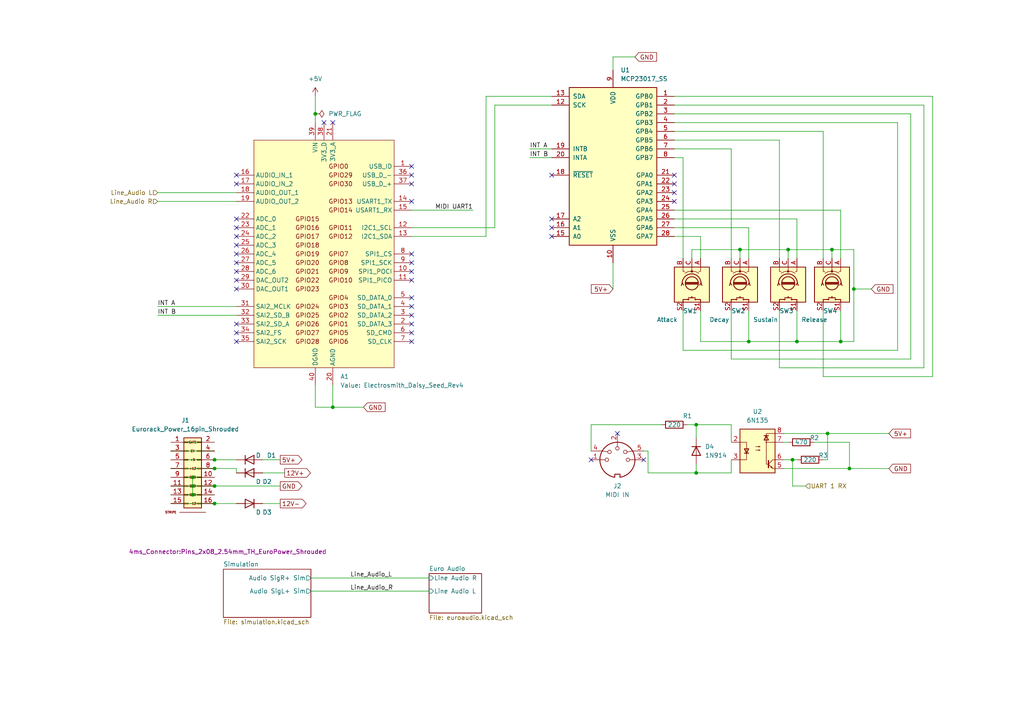
<source format=kicad_sch>
(kicad_sch (version 20230121) (generator eeschema)
  (paper "A4")
  (title_block (title "Daisy Seed FM Synth Eurorack Module") (rev "1.0"))
  (lib_symbols
    (symbol "Connector:DIN-5_180degree" (pin_names (offset 1.016))
      (property "Reference" "J" (at 3.175 5.715 0))
      (property "Value" "DIN-5_180degree" (at 0 -6.35 0))
      (symbol "DIN-5_180degree_0_1"
        (arc (start -5.08 0) (mid -3.8609 -3.3364) (end -0.762 -5.08) (stroke (width 0.254)))
        (circle (center -3.048 0) (radius 0.508))
        (circle (center -2.286 2.286) (radius 0.508))
        (polyline (pts (xy -5.08 0) (xy -3.556 0)))
        (polyline (pts (xy 0 5.08) (xy 0 3.81)))
        (polyline (pts (xy 5.08 0) (xy 3.556 0)))
        (polyline (pts (xy -5.08 2.54) (xy -4.318 2.54) (xy -2.794 2.286)))
        (polyline (pts (xy 5.08 2.54) (xy 4.318 2.54) (xy 2.794 2.286)))
        (polyline (pts (xy -0.762 -4.953) (xy -0.762 -4.191) (xy 0.762 -4.191) (xy 0.762 -4.953)) (stroke (width 0.254)))
        (circle (center 0 3.302) (radius 0.508))
        (arc (start 0.762 -5.08) (mid 3.8685 -3.343) (end 5.08 0) (stroke (width 0.254)))
        (circle (center 2.286 2.286) (radius 0.508))
        (circle (center 3.048 0) (radius 0.508))
        (arc (start 5.08 0) (mid 0 5.0579) (end -5.08 0) (stroke (width 0.254)))
      )
      (symbol "DIN-5_180degree_1_1"
        (pin passive line (at -7.62 0 0) (length 2.54) (name "~") (number "1"))
        (pin passive line (at 0 7.62 270) (length 2.54) (name "~") (number "2"))
        (pin passive line (at 7.62 0 180) (length 2.54) (name "~") (number "3"))
        (pin passive line (at -7.62 2.54 0) (length 2.54) (name "~") (number "4"))
        (pin passive line (at 7.62 2.54 180) (length 2.54) (name "~") (number "5"))
      )
    )
    (symbol "Device:D" (pin_numbers hide) (pin_names (offset 1.016) hide)
      (property "Reference" "D" (at 0 2.54 0))
      (property "Value" "D" (at 0 -2.54 0))
      (symbol "D_0_1"
        (polyline (pts (xy -1.27 1.27) (xy -1.27 -1.27)) (stroke (width 0.254)))
        (polyline (pts (xy 1.27 0) (xy -1.27 0)))
        (polyline (pts (xy 1.27 1.27) (xy 1.27 -1.27) (xy -1.27 0) (xy 1.27 1.27)) (stroke (width 0.254)))
      )
      (symbol "D_1_1"
        (pin passive line (at -3.81 0 0) (length 2.54) (name "K") (number "1"))
        (pin passive line (at 3.81 0 180) (length 2.54) (name "A") (number "2"))
      )
    )
    (symbol "Device:R" (pin_numbers hide) (pin_names (offset 0))
      (property "Reference" "R" (at 2.032 0 90))
      (property "Value" "R" (at 0 0 90))
      (symbol "R_0_1"
        (rectangle (start -1.016 -2.54) (end 1.016 2.54) (stroke (width 0.254)))
      )
      (symbol "R_1_1"
        (pin passive line (at 0 3.81 270) (length 1.27) (name "~") (number "1"))
        (pin passive line (at 0 -3.81 90) (length 1.27) (name "~") (number "2"))
      )
    )
    (symbol "Device:RotaryEncoder_Switch" (pin_names (offset 0.254) hide)
      (property "Reference" "SW" (at 0 6.604 0))
      (property "Value" "RotaryEncoder_Switch" (at 0 -6.604 0))
      (symbol "RotaryEncoder_Switch_0_1"
        (rectangle (start -5.08 5.08) (end 5.08 -5.08) (stroke (width 0.254)) (fill (type background)))
        (circle (center -3.81 0) (radius 0.254) (fill (type outline)))
        (circle (center -0.381 0) (radius 1.905) (stroke (width 0.254)))
        (arc (start -0.381 2.667) (mid -3.0988 -0.0635) (end -0.381 -2.794) (stroke (width 0.254)))
        (polyline (pts (xy -0.635 -1.778) (xy -0.635 1.778)) (stroke (width 0.254)))
        (polyline (pts (xy -0.381 -1.778) (xy -0.381 1.778)) (stroke (width 0.254)))
        (polyline (pts (xy -0.127 1.778) (xy -0.127 -1.778)) (stroke (width 0.254)))
        (polyline (pts (xy 3.81 0) (xy 3.429 0)) (stroke (width 0.254)))
        (polyline (pts (xy 3.81 1.016) (xy 3.81 -1.016)) (stroke (width 0.254)))
        (polyline (pts (xy -5.08 -2.54) (xy -3.81 -2.54) (xy -3.81 -2.032)))
        (polyline (pts (xy -5.08 2.54) (xy -3.81 2.54) (xy -3.81 2.032)))
        (polyline (pts (xy 0.254 -3.048) (xy -0.508 -2.794) (xy 0.127 -2.413)) (stroke (width 0.254)))
        (polyline (pts (xy 0.254 2.921) (xy -0.508 2.667) (xy 0.127 2.286)) (stroke (width 0.254)))
        (polyline (pts (xy 5.08 -2.54) (xy 4.318 -2.54) (xy 4.318 -1.016)) (stroke (width 0.254)))
        (polyline (pts (xy 5.08 2.54) (xy 4.318 2.54) (xy 4.318 1.016)) (stroke (width 0.254)))
        (polyline (pts (xy -5.08 0) (xy -3.81 0) (xy -3.81 -1.016) (xy -3.302 -2.032)))
        (polyline (pts (xy -4.318 0) (xy -3.81 0) (xy -3.81 1.016) (xy -3.302 2.032)))
        (circle (center 4.318 -1.016) (radius 0.127) (stroke (width 0.254)))
        (circle (center 4.318 1.016) (radius 0.127) (stroke (width 0.254)))
      )
      (symbol "RotaryEncoder_Switch_1_1"
        (pin passive line (at -7.62 2.54 0) (length 2.54) (name "A") (number "A"))
        (pin passive line (at -7.62 -2.54 0) (length 2.54) (name "B") (number "B"))
        (pin passive line (at -7.62 0 0) (length 2.54) (name "C") (number "C"))
        (pin passive line (at 7.62 2.54 180) (length 2.54) (name "S1") (number "S1"))
        (pin passive line (at 7.62 -2.54 180) (length 2.54) (name "S2") (number "S2"))
      )
    )
    (symbol "Diode:1N914" (pin_numbers hide) (pin_names hide)
      (property "Reference" "D" (at 0 2.54 0))
      (property "Value" "1N914" (at 0 -2.54 0))
      (symbol "1N914_0_1"
        (polyline (pts (xy -1.27 1.27) (xy -1.27 -1.27)) (stroke (width 0.254)))
        (polyline (pts (xy 1.27 0) (xy -1.27 0)))
        (polyline (pts (xy 1.27 1.27) (xy 1.27 -1.27) (xy -1.27 0) (xy 1.27 1.27)) (stroke (width 0.254)))
      )
      (symbol "1N914_1_1"
        (pin passive line (at -3.81 0 0) (length 2.54) (name "K") (number "1"))
        (pin passive line (at 3.81 0 180) (length 2.54) (name "A") (number "2"))
      )
    )
    (symbol "Interface_Expansion:MCP23017_SS" (pin_names (offset 1.016))
      (property "Reference" "U" (at -11.43 24.13 0))
      (property "Value" "MCP23017_SS" (at 0 0 0))
      (symbol "MCP23017_SS_0_1"
        (rectangle (start -12.7 22.86) (end 12.7 -22.86) (stroke (width 0.254)) (fill (type background)))
      )
      (symbol "MCP23017_SS_1_1"
        (pin bidirectional line (at 17.78 20.32 180) (length 5.08) (name "GPB0") (number "1"))
        (pin power_in line (at 0 -27.94 90) (length 5.08) (name "VSS") (number "10"))
        (pin no_connect line (at -12.7 15.24 0) (length 5.08) hide (name "NC") (number "11"))
        (pin input line (at -17.78 17.78 0) (length 5.08) (name "SCK") (number "12"))
        (pin bidirectional line (at -17.78 20.32 0) (length 5.08) (name "SDA") (number "13"))
        (pin no_connect line (at -12.7 12.7 0) (length 5.08) hide (name "NC") (number "14"))
        (pin input line (at -17.78 -20.32 0) (length 5.08) (name "A0") (number "15"))
        (pin input line (at -17.78 -17.78 0) (length 5.08) (name "A1") (number "16"))
        (pin input line (at -17.78 -15.24 0) (length 5.08) (name "A2") (number "17"))
        (pin input line (at -17.78 -2.54 0) (length 5.08) (name "~{RESET}") (number "18"))
        (pin tri_state line (at -17.78 5.08 0) (length 5.08) (name "INTB") (number "19"))
        (pin bidirectional line (at 17.78 17.78 180) (length 5.08) (name "GPB1") (number "2"))
        (pin tri_state line (at -17.78 2.54 0) (length 5.08) (name "INTA") (number "20"))
        (pin bidirectional line (at 17.78 -2.54 180) (length 5.08) (name "GPA0") (number "21"))
        (pin bidirectional line (at 17.78 -5.08 180) (length 5.08) (name "GPA1") (number "22"))
        (pin bidirectional line (at 17.78 -7.62 180) (length 5.08) (name "GPA2") (number "23"))
        (pin bidirectional line (at 17.78 -10.16 180) (length 5.08) (name "GPA3") (number "24"))
        (pin bidirectional line (at 17.78 -12.7 180) (length 5.08) (name "GPA4") (number "25"))
        (pin bidirectional line (at 17.78 -15.24 180) (length 5.08) (name "GPA5") (number "26"))
        (pin bidirectional line (at 17.78 -17.78 180) (length 5.08) (name "GPA6") (number "27"))
        (pin bidirectional line (at 17.78 -20.32 180) (length 5.08) (name "GPA7") (number "28"))
        (pin bidirectional line (at 17.78 15.24 180) (length 5.08) (name "GPB2") (number "3"))
        (pin bidirectional line (at 17.78 12.7 180) (length 5.08) (name "GPB3") (number "4"))
        (pin bidirectional line (at 17.78 10.16 180) (length 5.08) (name "GPB4") (number "5"))
        (pin bidirectional line (at 17.78 7.62 180) (length 5.08) (name "GPB5") (number "6"))
        (pin bidirectional line (at 17.78 5.08 180) (length 5.08) (name "GPB6") (number "7"))
        (pin bidirectional line (at 17.78 2.54 180) (length 5.08) (name "GPB7") (number "8"))
        (pin power_in line (at 0 27.94 270) (length 5.08) (name "VDD") (number "9"))
      )
    )
    (symbol "Isolator:6N135" (pin_names (offset 1.016))
      (property "Reference" "U" (at -5.08 7.62 0))
      (property "Value" "6N135" (at 0 7.62 0))
      (symbol "6N135_0_1"
        (rectangle (start -5.08 6.35) (end 5.08 -6.35) (stroke (width 0.254)) (fill (type background)))
        (polyline (pts (xy -3.81 -0.635) (xy -2.54 -0.635)) (stroke (width 0.254)))
        (polyline (pts (xy 1.905 4.445) (xy 3.175 4.445)) (stroke (width 0.254)))
        (polyline (pts (xy 3.175 -2.794) (xy 3.175 -4.826)) (stroke (width 0.3556)))
        (polyline (pts (xy 3.302 -3.937) (xy 4.445 -5.08)))
        (polyline (pts (xy 3.302 -3.683) (xy 4.445 -2.54)))
        (polyline (pts (xy 5.08 -5.08) (xy 4.445 -5.08)))
        (polyline (pts (xy 5.08 -2.54) (xy 4.445 -2.54)))
        (polyline (pts (xy 5.08 2.54) (xy 2.54 2.54)))
        (polyline (pts (xy -5.08 2.54) (xy -3.175 2.54) (xy -3.175 -2.54) (xy -5.08 -2.54)))
        (polyline (pts (xy -3.175 -0.635) (xy -3.81 0.635) (xy -2.54 0.635) (xy -3.175 -0.635)) (stroke (width 0.254)))
        (polyline (pts (xy 2.54 4.445) (xy 1.905 3.175) (xy 3.175 3.175) (xy 2.54 4.445)) (stroke (width 0.254)))
        (polyline (pts (xy 4.318 -4.953) (xy 4.064 -4.445) (xy 3.81 -4.699) (xy 4.318 -4.953)))
        (polyline (pts (xy 5.08 5.08) (xy 2.54 5.08) (xy 2.54 -3.81) (xy 3.175 -3.81)))
        (polyline (pts (xy -0.508 0.254) (xy 0.762 0.254) (xy 0.381 0.127) (xy 0.381 0.381) (xy 0.762 0.254)))
        (polyline (pts (xy -0.508 1.27) (xy 0.762 1.27) (xy 0.381 1.143) (xy 0.381 1.397) (xy 0.762 1.27)))
        (circle (center 2.54 2.54) (radius 0.127))
      )
      (symbol "6N135_1_1"
        (pin no_connect line (at -5.08 5.08 0) (length 2.54) hide (name "NC") (number "1"))
        (pin passive line (at -7.62 2.54 0) (length 2.54) (name "~") (number "2"))
        (pin passive line (at -7.62 -2.54 0) (length 2.54) (name "~") (number "3"))
        (pin no_connect line (at -5.08 -5.08 0) (length 2.54) hide (name "NC") (number "4"))
        (pin passive line (at 7.62 -5.08 180) (length 2.54) (name "~") (number "5"))
        (pin passive line (at 7.62 -2.54 180) (length 2.54) (name "~") (number "6"))
        (pin passive line (at 7.62 2.54 180) (length 2.54) (name "~") (number "7"))
        (pin passive line (at 7.62 5.08 180) (length 2.54) (name "~") (number "8"))
      )
    )
    (symbol "MCU_Module:Electrosmith_Daisy_Seed_Rev4"
      (property "Reference" "A" (at -20.32 34.29 0))
      (property "Value" "Electrosmith_Daisy_Seed_Rev4" (at 33.02 34.29 0))
      (symbol "Electrosmith_Daisy_Seed_Rev4_0_0"
        (text "GPIO0" (at 1.27 25.4 0) (effects (font (size 1.27 1.27)) (justify left)))
        (text "GPIO1" (at 1.27 -20.32 0) (effects (font (size 1.27 1.27)) (justify left)))
        (text "GPIO10" (at 1.27 -7.62 0) (effects (font (size 1.27 1.27)) (justify left)))
        (text "GPIO11" (at 1.27 7.62 0) (effects (font (size 1.27 1.27)) (justify left)))
        (text "GPIO12" (at 1.27 5.08 0) (effects (font (size 1.27 1.27)) (justify left)))
        (text "GPIO13" (at 1.27 15.24 0) (effects (font (size 1.27 1.27)) (justify left)))
        (text "GPIO14" (at 1.27 12.7 0) (effects (font (size 1.27 1.27)) (justify left)))
        (text "GPIO15" (at -1.27 10.16 0) (effects (font (size 1.27 1.27)) (justify right)))
        (text "GPIO16" (at -1.27 7.62 0) (effects (font (size 1.27 1.27)) (justify right)))
        (text "GPIO17" (at -1.27 5.08 0) (effects (font (size 1.27 1.27)) (justify right)))
        (text "GPIO18" (at -1.27 2.54 0) (effects (font (size 1.27 1.27)) (justify right)))
        (text "GPIO19" (at -1.27 0 0) (effects (font (size 1.27 1.27)) (justify right)))
        (text "GPIO2" (at 1.27 -17.78 0) (effects (font (size 1.27 1.27)) (justify left)))
        (text "GPIO20" (at -1.27 -2.54 0) (effects (font (size 1.27 1.27)) (justify right)))
        (text "GPIO21" (at -1.27 -5.08 0) (effects (font (size 1.27 1.27)) (justify right)))
        (text "GPIO22" (at -1.27 -7.62 0) (effects (font (size 1.27 1.27)) (justify right)))
        (text "GPIO23" (at -1.27 -10.16 0) (effects (font (size 1.27 1.27)) (justify right)))
        (text "GPIO24" (at -1.27 -15.24 0) (effects (font (size 1.27 1.27)) (justify right)))
        (text "GPIO25" (at -1.27 -17.78 0) (effects (font (size 1.27 1.27)) (justify right)))
        (text "GPIO26" (at -1.27 -20.32 0) (effects (font (size 1.27 1.27)) (justify right)))
        (text "GPIO27" (at -1.27 -22.86 0) (effects (font (size 1.27 1.27)) (justify right)))
        (text "GPIO28" (at -1.27 -25.4 0) (effects (font (size 1.27 1.27)) (justify right)))
        (text "GPIO29" (at 1.27 22.86 0) (effects (font (size 1.27 1.27)) (justify left)))
        (text "GPIO3" (at 1.27 -15.24 0) (effects (font (size 1.27 1.27)) (justify left)))
        (text "GPIO30" (at 1.27 20.32 0) (effects (font (size 1.27 1.27)) (justify left)))
        (text "GPIO4" (at 1.27 -12.7 0) (effects (font (size 1.27 1.27)) (justify left)))
        (text "GPIO5" (at 1.27 -22.86 0) (effects (font (size 1.27 1.27)) (justify left)))
        (text "GPIO6" (at 1.27 -25.4 0) (effects (font (size 1.27 1.27)) (justify left)))
        (text "GPIO7" (at 1.27 0 0) (effects (font (size 1.27 1.27)) (justify left)))
        (text "GPIO8" (at 1.27 -2.54 0) (effects (font (size 1.27 1.27)) (justify left)))
        (text "GPIO9" (at 1.27 -5.08 0) (effects (font (size 1.27 1.27)) (justify left)))
        (pin bidirectional line (at 25.4 25.4 180) (length 5.08) (name "USB_ID") (number "1"))
        (pin bidirectional line (at 25.4 -5.08 180) (length 5.08) (name "SPI1_POCI") (number "10"))
        (pin bidirectional line (at 25.4 -7.62 180) (length 5.08) (name "SPI1_PICO") (number "11"))
        (pin bidirectional line (at 25.4 7.62 180) (length 5.08) (name "I2C1_SCL") (number "12"))
        (pin bidirectional line (at 25.4 5.08 180) (length 5.08) (name "I2C1_SDA") (number "13"))
        (pin bidirectional line (at 25.4 15.24 180) (length 5.08) (name "USART1_TX") (number "14"))
        (pin bidirectional line (at 25.4 12.7 180) (length 5.08) (name "USART1_RX") (number "15"))
        (pin input line (at -25.4 22.86 0) (length 5.08) (name "AUDIO_IN_1") (number "16"))
        (pin input line (at -25.4 20.32 0) (length 5.08) (name "AUDIO_IN_2") (number "17"))
        (pin output line (at -25.4 17.78 0) (length 5.08) (name "AUDIO_OUT_1") (number "18"))
        (pin output line (at -25.4 15.24 0) (length 5.08) (name "AUDIO_OUT_2") (number "19"))
        (pin bidirectional line (at 25.4 -20.32 180) (length 5.08) (name "SD_DATA_3") (number "2"))
        (pin power_in line (at 2.54 -38.1 90) (length 5.08) (name "AGND") (number "20"))
        (pin power_out line (at 2.54 38.1 270) (length 5.08) (name "3V3_A") (number "21"))
        (pin bidirectional line (at -25.4 10.16 0) (length 5.08) (name "ADC_0") (number "22"))
        (pin bidirectional line (at -25.4 7.62 0) (length 5.08) (name "ADC_1") (number "23"))
        (pin bidirectional line (at -25.4 5.08 0) (length 5.08) (name "ADC_2") (number "24"))
        (pin bidirectional line (at -25.4 2.54 0) (length 5.08) (name "ADC_3") (number "25"))
        (pin bidirectional line (at -25.4 0 0) (length 5.08) (name "ADC_4") (number "26"))
        (pin bidirectional line (at -25.4 -2.54 0) (length 5.08) (name "ADC_5") (number "27"))
        (pin bidirectional line (at -25.4 -5.08 0) (length 5.08) (name "ADC_6") (number "28"))
        (pin bidirectional line (at -25.4 -7.62 0) (length 5.08) (name "DAC_OUT2") (number "29"))
        (pin bidirectional line (at 25.4 -17.78 180) (length 5.08) (name "SD_DATA_2") (number "3"))
        (pin bidirectional line (at -25.4 -10.16 0) (length 5.08) (name "DAC_OUT1") (number "30"))
        (pin bidirectional line (at -25.4 -15.24 0) (length 5.08) (name "SAI2_MCLK") (number "31"))
        (pin bidirectional line (at -25.4 -17.78 0) (length 5.08) (name "SAI2_SD_B") (number "32"))
        (pin bidirectional line (at -25.4 -20.32 0) (length 5.08) (name "SAI2_SD_A") (number "33"))
        (pin bidirectional line (at -25.4 -22.86 0) (length 5.08) (name "SAI2_FS") (number "34"))
        (pin bidirectional line (at -25.4 -25.4 0) (length 5.08) (name "SAI2_SCK") (number "35"))
        (pin bidirectional line (at 25.4 22.86 180) (length 5.08) (name "USB_D_-") (number "36"))
        (pin bidirectional line (at 25.4 20.32 180) (length 5.08) (name "USB_D_+") (number "37"))
        (pin power_out line (at 0 38.1 270) (length 5.08) (name "3V3_D") (number "38"))
        (pin power_in line (at -2.54 38.1 270) (length 5.08) (name "VIN") (number "39"))
        (pin bidirectional line (at 25.4 -15.24 180) (length 5.08) (name "SD_DATA_1") (number "4"))
        (pin power_in line (at -2.54 -38.1 90) (length 5.08) (name "DGND") (number "40"))
        (pin bidirectional line (at 25.4 -12.7 180) (length 5.08) (name "SD_DATA_0") (number "5"))
        (pin bidirectional line (at 25.4 -22.86 180) (length 5.08) (name "SD_CMD") (number "6"))
        (pin bidirectional line (at 25.4 -25.4 180) (length 5.08) (name "SD_CLK") (number "7"))
        (pin bidirectional line (at 25.4 0 180) (length 5.08) (name "SPI1_CS") (number "8"))
        (pin bidirectional line (at 25.4 -2.54 180) (length 5.08) (name "SPI1_SCK") (number "9"))
      )
      (symbol "Electrosmith_Daisy_Seed_Rev4_0_1"
        (rectangle (start -20.32 33.02) (end 20.32 -33.02) (fill (type background)))
      )
    )
    (symbol "PCM_4ms_Connector:Eurorack_Power_16pin_Shrouded" (pin_names (offset 0.0254) hide)
      (property "Reference" "J" (at 0 11.43 0))
      (property "Value" "Eurorack_Power_16pin_Shrouded" (at 0 13.97 0))
      (symbol "Eurorack_Power_16pin_Shrouded_0_0"
        (text "+12" (at 0 1.27 0) (effects (font (size 0.635 0.635))))
        (text "+5" (at 0 3.81 0) (effects (font (size 0.635 0.635))))
        (text "-12" (at 0 -8.89 0) (effects (font (size 0.635 0.635))))
        (text "CV" (at 0 6.35 0) (effects (font (size 0.635 0.635))))
        (text "GATE" (at 0 8.89 0) (effects (font (size 0.635 0.635))))
        (text "GND" (at 0 -6.35 0) (effects (font (size 0.635 0.635))))
        (text "GND" (at 0 -3.81 0) (effects (font (size 0.635 0.635))))
        (text "GND" (at 0 -1.27 0) (effects (font (size 0.635 0.635))))
        (text "STRIPE" (at -6.35 -11.43 0) (effects (font (size 0.635 0.635))))
      )
      (symbol "Eurorack_Power_16pin_Shrouded_0_1"
        (rectangle (start -2.54 -8.763) (end -1.27 -9.017))
        (rectangle (start -2.54 -6.223) (end -1.27 -6.477))
        (rectangle (start -2.54 -3.683) (end -1.27 -3.937))
        (rectangle (start -2.54 -1.143) (end -1.27 -1.397))
        (rectangle (start -2.54 1.397) (end -1.27 1.143))
        (rectangle (start -2.54 3.937) (end -1.27 3.683))
        (rectangle (start -2.54 6.477) (end -1.27 6.223))
        (rectangle (start -2.54 9.017) (end -1.27 8.763))
        (rectangle (start -2.54 10.16) (end 2.54 -10.16) (stroke (width 0.254)) (fill (type background)))
        (polyline (pts (xy -3.81 -11.43) (xy 3.81 -11.43) (xy 1.27 -11.43)))
        (rectangle (start 1.27 -8.763) (end 2.54 -9.017))
        (rectangle (start 1.27 -6.223) (end 2.54 -6.477))
        (rectangle (start 1.27 -3.683) (end 2.54 -3.937))
        (rectangle (start 1.27 -1.143) (end 2.54 -1.397))
        (rectangle (start 1.27 1.397) (end 2.54 1.143))
        (rectangle (start 1.27 3.937) (end 2.54 3.683))
        (rectangle (start 1.27 6.477) (end 2.54 6.223))
        (rectangle (start 1.27 9.017) (end 2.54 8.763))
      )
      (symbol "Eurorack_Power_16pin_Shrouded_1_1"
        (pin passive line (at -6.35 8.89 0) (length 3.81) (name "P1") (number "1"))
        (pin passive line (at 6.35 -1.27 180) (length 3.81) (name "GND") (number "10"))
        (pin passive line (at -6.35 -3.81 0) (length 3.81) (name "GND") (number "11"))
        (pin passive line (at 6.35 -3.81 180) (length 3.81) (name "GND") (number "12"))
        (pin passive line (at -6.35 -6.35 0) (length 3.81) (name "-12") (number "13"))
        (pin passive line (at 6.35 -6.35 180) (length 3.81) (name "-12V") (number "14"))
        (pin passive line (at -6.35 -8.89 0) (length 3.81) (name "-12V") (number "15"))
        (pin passive line (at 6.35 -8.89 180) (length 3.81) (name "P16") (number "16"))
        (pin passive line (at 6.35 8.89 180) (length 3.81) (name "P2") (number "2"))
        (pin passive line (at -6.35 6.35 0) (length 3.81) (name "P3") (number "3"))
        (pin passive line (at 6.35 6.35 180) (length 3.81) (name "P4") (number "4"))
        (pin passive line (at -6.35 3.81 0) (length 3.81) (name "+12V") (number "5"))
        (pin passive line (at 6.35 3.81 180) (length 3.81) (name "P6") (number "6"))
        (pin passive line (at -6.35 1.27 0) (length 3.81) (name "12V") (number "7"))
        (pin passive line (at 6.35 1.27 180) (length 3.81) (name "+12V") (number "8"))
        (pin passive line (at -6.35 -1.27 0) (length 3.81) (name "GND") (number "9"))
      )
    )
    (symbol "power:+5V" (power) (pin_names (offset 0))
      (property "Value" "+5V" (at 0 3.556 0))
      (symbol "+5V_0_1"
        (polyline (pts (xy -0.762 1.27) (xy 0 2.54)))
        (polyline (pts (xy 0 0) (xy 0 2.54)))
        (polyline (pts (xy 0 2.54) (xy 0.762 1.27)))
      )
      (symbol "+5V_1_1"
        (pin power_in line (at 0 0 90) (length 0) hide (name "+5V") (number "1"))
      )
    )
    (symbol "power:PWR_FLAG" (power) (pin_numbers hide) (pin_names (offset 0) hide)
      (property "Value" "PWR_FLAG" (at 0 3.81 0))
      (symbol "PWR_FLAG_0_0"
        (pin power_out line (at 0 0 90) (length 0) (name "pwr") (number "1"))
      )
      (symbol "PWR_FLAG_0_1"
        (polyline (pts (xy 0 0) (xy 0 1.27) (xy -1.016 1.905) (xy 0 2.54) (xy 1.016 1.905) (xy 0 1.27)))
      )
    )
  )
  (junction (at 229.87 133.35))
  (junction (at 240.03 125.73))
  (junction (at 96.52 118.11))
  (junction (at 243.84 99.06))
  (junction (at 201.93 137.16))
  (junction (at 214.63 72.39))
  (junction (at 55.88 138.43))
  (junction (at 62.23 140.97))
  (junction (at 62.23 146.05))
  (junction (at 247.65 83.82))
  (junction (at 91.44 33.02))
  (junction (at 217.17 99.06))
  (junction (at 228.6 72.39))
  (junction (at 62.23 133.35))
  (junction (at 62.23 135.89))
  (junction (at 241.3 72.39))
  (junction (at 231.14 99.06))
  (junction (at 201.93 123.19))
  (junction (at 55.88 140.97))
  (junction (at 55.88 143.51))
  (junction (at 246.38 135.89))
  (no_connect (at 68.58 83.82))
  (no_connect (at 68.58 99.06))
  (no_connect (at 68.58 71.12))
  (no_connect (at 68.58 96.52))
  (no_connect (at 119.38 96.52))
  (no_connect (at 119.38 91.44))
  (no_connect (at 68.58 68.58))
  (no_connect (at 195.58 58.42))
  (no_connect (at 68.58 50.8))
  (no_connect (at 119.38 53.34))
  (no_connect (at 119.38 99.06))
  (no_connect (at 186.69 133.35))
  (no_connect (at 160.02 63.5))
  (no_connect (at 119.38 78.74))
  (no_connect (at 119.38 86.36))
  (no_connect (at 195.58 50.8))
  (no_connect (at 119.38 50.8))
  (no_connect (at 68.58 81.28))
  (no_connect (at 119.38 73.66))
  (no_connect (at 160.02 66.04))
  (no_connect (at 68.58 78.74))
  (no_connect (at 171.45 133.35))
  (no_connect (at 68.58 76.2))
  (no_connect (at 195.58 55.88))
  (no_connect (at 119.38 81.28))
  (no_connect (at 179.07 125.73))
  (no_connect (at 160.02 68.58))
  (no_connect (at 119.38 76.2))
  (no_connect (at 195.58 53.34))
  (no_connect (at 119.38 48.26))
  (no_connect (at 68.58 66.04))
  (no_connect (at 68.58 73.66))
  (no_connect (at 160.02 50.8))
  (no_connect (at 93.98 35.56))
  (no_connect (at 119.38 58.42))
  (no_connect (at 119.38 88.9))
  (no_connect (at 68.58 93.98))
  (no_connect (at 96.52 35.56))
  (no_connect (at 68.58 53.34))
  (no_connect (at 119.38 93.98))
  (no_connect (at 68.58 63.5))
  (wire (pts (xy 45.72 88.9) (xy 68.58 88.9)))
  (wire (pts (xy 76.2 133.35) (xy 81.28 133.35)))
  (wire (pts (xy 62.23 133.35) (xy 68.58 133.35)))
  (wire (pts (xy 238.76 109.22) (xy 270.51 109.22)))
  (wire (pts (xy 231.14 90.17) (xy 231.14 99.06)))
  (wire (pts (xy 203.2 99.06) (xy 217.17 99.06)))
  (wire (pts (xy 201.93 123.19) (xy 201.93 127)))
  (wire (pts (xy 153.67 43.18) (xy 160.02 43.18)))
  (wire (pts (xy 45.72 55.88) (xy 68.58 55.88)))
  (wire (pts (xy 247.65 83.82) (xy 252.73 83.82)))
  (wire (pts (xy 243.84 90.17) (xy 243.84 99.06)))
  (wire (pts (xy 247.65 83.82) (xy 247.65 99.06)))
  (wire (pts (xy 45.72 91.44) (xy 68.58 91.44)))
  (wire (pts (xy 270.51 109.22) (xy 270.51 27.94)))
  (wire (pts (xy 214.63 72.39) (xy 228.6 72.39)))
  (wire (pts (xy 227.33 135.89) (xy 246.38 135.89)))
  (wire (pts (xy 231.14 74.93) (xy 231.14 63.5)))
  (wire (pts (xy 177.8 76.2) (xy 177.8 83.82)))
  (wire (pts (xy 91.44 111.76) (xy 91.44 118.11)))
  (wire (pts (xy 199.39 123.19) (xy 201.93 123.19)))
  (wire (pts (xy 195.58 60.96) (xy 243.84 60.96)))
  (wire (pts (xy 49.53 146.05) (xy 62.23 146.05)))
  (wire (pts (xy 187.96 130.81) (xy 187.96 137.16)))
  (wire (pts (xy 243.84 99.06) (xy 247.65 99.06)))
  (wire (pts (xy 203.2 74.93) (xy 203.2 68.58)))
  (wire (pts (xy 49.53 133.35) (xy 62.23 133.35)))
  (wire (pts (xy 241.3 72.39) (xy 247.65 72.39)))
  (wire (pts (xy 62.23 140.97) (xy 81.28 140.97)))
  (wire (pts (xy 140.97 27.94) (xy 140.97 68.58)))
  (wire (pts (xy 212.09 104.14) (xy 264.16 104.14)))
  (wire (pts (xy 257.81 135.89) (xy 246.38 135.89)))
  (wire (pts (xy 240.03 133.35) (xy 240.03 125.73)))
  (wire (pts (xy 267.97 106.68) (xy 267.97 30.48)))
  (wire (pts (xy 49.53 128.27) (xy 62.23 128.27)))
  (wire (pts (xy 217.17 99.06) (xy 231.14 99.06)))
  (wire (pts (xy 227.33 128.27) (xy 228.6 128.27)))
  (wire (pts (xy 91.44 118.11) (xy 96.52 118.11)))
  (wire (pts (xy 212.09 74.93) (xy 212.09 43.18)))
  (wire (pts (xy 195.58 27.94) (xy 270.51 27.94)))
  (wire (pts (xy 68.58 137.16) (xy 68.58 135.89)))
  (wire (pts (xy 55.88 143.51) (xy 62.23 143.51)))
  (wire (pts (xy 49.53 140.97) (xy 55.88 140.97)))
  (wire (pts (xy 119.38 68.58) (xy 140.97 68.58)))
  (wire (pts (xy 226.06 40.64) (xy 195.58 40.64)))
  (wire (pts (xy 212.09 133.35) (xy 212.09 137.16)))
  (wire (pts (xy 195.58 63.5) (xy 231.14 63.5)))
  (wire (pts (xy 240.03 125.73) (xy 257.81 125.73)))
  (wire (pts (xy 227.33 125.73) (xy 240.03 125.73)))
  (wire (pts (xy 76.2 146.05) (xy 81.28 146.05)))
  (wire (pts (xy 198.12 74.93) (xy 198.12 45.72)))
  (wire (pts (xy 228.6 72.39) (xy 228.6 74.93)))
  (wire (pts (xy 247.65 72.39) (xy 247.65 83.82)))
  (wire (pts (xy 49.53 135.89) (xy 62.23 135.89)))
  (wire (pts (xy 187.96 137.16) (xy 201.93 137.16)))
  (wire (pts (xy 49.53 143.51) (xy 55.88 143.51)))
  (wire (pts (xy 201.93 134.62) (xy 201.93 137.16)))
  (wire (pts (xy 231.14 133.35) (xy 229.87 133.35)))
  (wire (pts (xy 91.44 33.02) (xy 91.44 35.56)))
  (wire (pts (xy 226.06 90.17) (xy 226.06 106.68)))
  (wire (pts (xy 212.09 90.17) (xy 212.09 104.14)))
  (wire (pts (xy 229.87 140.97) (xy 233.68 140.97)))
  (wire (pts (xy 260.35 101.6) (xy 260.35 35.56)))
  (wire (pts (xy 214.63 72.39) (xy 214.63 74.93)))
  (wire (pts (xy 246.38 128.27) (xy 246.38 135.89)))
  (wire (pts (xy 241.3 72.39) (xy 241.3 74.93)))
  (wire (pts (xy 229.87 133.35) (xy 227.33 133.35)))
  (wire (pts (xy 203.2 90.17) (xy 203.2 99.06)))
  (wire (pts (xy 55.88 138.43) (xy 62.23 138.43)))
  (wire (pts (xy 212.09 43.18) (xy 195.58 43.18)))
  (wire (pts (xy 62.23 146.05) (xy 68.58 146.05)))
  (wire (pts (xy 229.87 133.35) (xy 229.87 140.97)))
  (wire (pts (xy 198.12 90.17) (xy 198.12 101.6)))
  (wire (pts (xy 195.58 30.48) (xy 267.97 30.48)))
  (wire (pts (xy 243.84 74.93) (xy 243.84 60.96)))
  (wire (pts (xy 238.76 38.1) (xy 195.58 38.1)))
  (wire (pts (xy 195.58 35.56) (xy 260.35 35.56)))
  (wire (pts (xy 236.22 128.27) (xy 246.38 128.27)))
  (wire (pts (xy 153.67 45.72) (xy 160.02 45.72)))
  (wire (pts (xy 68.58 135.89) (xy 62.23 135.89)))
  (wire (pts (xy 55.88 140.97) (xy 62.23 140.97)))
  (wire (pts (xy 49.53 138.43) (xy 55.88 138.43)))
  (wire (pts (xy 228.6 72.39) (xy 241.3 72.39)))
  (wire (pts (xy 217.17 90.17) (xy 217.17 99.06)))
  (wire (pts (xy 198.12 101.6) (xy 260.35 101.6)))
  (wire (pts (xy 160.02 27.94) (xy 140.97 27.94)))
  (wire (pts (xy 143.51 66.04) (xy 119.38 66.04)))
  (wire (pts (xy 200.66 74.93) (xy 200.66 72.39)))
  (wire (pts (xy 55.88 140.97) (xy 55.88 143.51)))
  (wire (pts (xy 264.16 104.14) (xy 264.16 33.02)))
  (wire (pts (xy 231.14 99.06) (xy 243.84 99.06)))
  (wire (pts (xy 177.8 16.51) (xy 177.8 20.32)))
  (wire (pts (xy 238.76 74.93) (xy 238.76 38.1)))
  (wire (pts (xy 49.53 130.81) (xy 62.23 130.81)))
  (wire (pts (xy 171.45 123.19) (xy 191.77 123.19)))
  (wire (pts (xy 90.17 171.45) (xy 124.46 171.45)))
  (wire (pts (xy 160.02 30.48) (xy 143.51 30.48)))
  (wire (pts (xy 96.52 111.76) (xy 96.52 118.11)))
  (wire (pts (xy 195.58 33.02) (xy 264.16 33.02)))
  (wire (pts (xy 200.66 72.39) (xy 214.63 72.39)))
  (wire (pts (xy 143.51 30.48) (xy 143.51 66.04)))
  (wire (pts (xy 201.93 137.16) (xy 212.09 137.16)))
  (wire (pts (xy 96.52 118.11) (xy 105.41 118.11)))
  (wire (pts (xy 171.45 130.81) (xy 171.45 123.19)))
  (wire (pts (xy 238.76 90.17) (xy 238.76 109.22)))
  (wire (pts (xy 203.2 68.58) (xy 195.58 68.58)))
  (wire (pts (xy 91.44 27.94) (xy 91.44 33.02)))
  (wire (pts (xy 137.16 60.96) (xy 119.38 60.96)))
  (wire (pts (xy 217.17 74.93) (xy 217.17 66.04)))
  (wire (pts (xy 177.8 16.51) (xy 184.15 16.51)))
  (wire (pts (xy 90.17 167.64) (xy 124.46 167.64)))
  (wire (pts (xy 195.58 66.04) (xy 217.17 66.04)))
  (wire (pts (xy 201.93 123.19) (xy 212.09 123.19)))
  (wire (pts (xy 186.69 130.81) (xy 187.96 130.81)))
  (wire (pts (xy 198.12 45.72) (xy 195.58 45.72)))
  (wire (pts (xy 76.2 137.16) (xy 82.55 137.16)))
  (wire (pts (xy 45.72 58.42) (xy 68.58 58.42)))
  (wire (pts (xy 226.06 74.93) (xy 226.06 40.64)))
  (wire (pts (xy 238.76 133.35) (xy 240.03 133.35)))
  (wire (pts (xy 226.06 106.68) (xy 267.97 106.68)))
  (wire (pts (xy 212.09 123.19) (xy 212.09 128.27)))
  (wire (pts (xy 55.88 138.43) (xy 55.88 140.97)))
  (label "Line_Audio_R" (at 101.6 171.45 0))
  (label "INT A" (at 153.67 43.18 0))
  (label "Line_Audio_L" (at 101.6 167.64 0))
  (label "MIDI UART1" (at 137.16 60.96 180))
  (label "INT A" (at 45.72 88.9 0))
  (label "INT B" (at 153.67 45.72 0))
  (label "INT B" (at 45.72 91.44 0))
  (global_label "GND" (shape input) (at 252.73 83.82 0) (property "Intersheetrefs" "${INTERSHEET_REFS}" (effects hide)))
  (global_label "GND" (shape input) (at 184.15 16.51 0) (property "Intersheetrefs" "${INTERSHEET_REFS}" (effects hide)))
  (global_label "12V-" (shape output) (at 81.28 146.05 0) (property "Intersheetrefs" "${INTERSHEET_REFS}" (effects hide)))
  (global_label "5V+" (shape input) (at 177.8 83.82 180) (property "Intersheetrefs" "${INTERSHEET_REFS}" (effects hide)))
  (global_label "GND" (shape output) (at 81.28 140.97 0) (property "Intersheetrefs" "${INTERSHEET_REFS}" (effects hide)))
  (global_label "GND" (shape input) (at 257.81 135.89 0) (property "Intersheetrefs" "${INTERSHEET_REFS}" (effects hide)))
  (global_label "5V+" (shape input) (at 257.81 125.73 0) (property "Intersheetrefs" "${INTERSHEET_REFS}" (effects hide)))
  (global_label "12V+" (shape output) (at 82.55 137.16 0) (property "Intersheetrefs" "${INTERSHEET_REFS}" (effects hide)))
  (global_label "GND" (shape input) (at 105.41 118.11 0) (property "Intersheetrefs" "${INTERSHEET_REFS}" (effects hide)))
  (global_label "5V+" (shape output) (at 81.28 133.35 0) (property "Intersheetrefs" "${INTERSHEET_REFS}" (effects hide)))
  (hierarchical_label "UART 1 RX" (shape input) (at 233.68 140.97 0))
  (hierarchical_label "Line_Audio R" (shape input) (at 45.72 58.42 180))
  (hierarchical_label "Line_Audio L" (shape input) (at 45.72 55.88 180))
  (symbol (lib_id "Device:RotaryEncoder_Switch") (at 228.6 82.55 270) (unit 1)
    (property "Reference" "SW3" (at 226.06 90.17 90) (effects (justify left)))
    (property "Value" "Sustain" (at 218.44 92.71 90) (effects (justify left)))
    (property "Footprint" "Rotary_Encoder:RotaryEncoder_Alps_EC11E-Switch_Vertical_H20mm" (effects hide))
    (property "Sim.Enable" "0" (effects hide))
  )
  (symbol (lib_id "MCU_Module:Electrosmith_Daisy_Seed_Rev4") (at 93.98 73.66 0) (unit 1)
    (property "Reference" "A1" (at 98.7141 109.22 0) (effects (justify left)))
    (property "Value" "Electrosmith_Daisy_Seed_Rev4" (at 98.7141 111.76 0) (show_name) (effects (justify left)))
    (property "Footprint" "Module:Electrosmith_Daisy_Seed" (effects hide))
    (property "Datasheet" "https://static1.squarespace.com/static/58d03fdc1b10e3bf442567b8/t/6227e6236f02fb68d1577146/1646781988478/Daisy_Seed_datasheet_v1.0.3.pdf" (effects hide))
    (property "Sim.Enable" "0" (effects hide))
  )
  (symbol (lib_id "Device:R") (at 195.58 123.19 270) (unit 1)
    (property "Reference" "R1" (at 199.39 120.65 90))
    (property "Value" "220" (at 195.58 123.19 90))
    (property "Footprint" "Resistor_THT:R_Axial_DIN0204_L3.6mm_D1.6mm_P2.54mm_Vertical" (effects hide))
  )
  (symbol (lib_id "Device:D") (at 72.39 133.35 0) (unit 1)
    (property "Reference" "D1" (at 78.74 132.08 0))
    (property "Value" "D" (at 74.93 132.08 0))
    (property "Footprint" "Diode_THT:D_DO-15_P2.54mm_Vertical_KathodeUp" (effects hide))
    (property "Sim.Device" "D" (effects hide))
    (property "Sim.Pins" "1=K 2=A" (effects hide))
  )
  (symbol (lib_id "Diode:1N914") (at 201.93 130.81 270) (unit 1)
    (property "Reference" "D4" (at 204.47 129.54 90) (effects (justify left)))
    (property "Value" "1N914" (at 204.47 132.08 90) (effects (justify left)))
    (property "Footprint" "Diode_THT:D_DO-35_SOD27_P7.62mm_Horizontal" (effects hide))
    (property "Datasheet" "http://www.vishay.com/docs/85622/1n914.pdf" (effects hide))
    (property "Sim.Device" "D" (effects hide))
    (property "Sim.Pins" "1=K 2=A" (effects hide))
  )
  (symbol (lib_id "Device:RotaryEncoder_Switch") (at 200.66 82.55 270) (unit 1)
    (property "Reference" "SW1" (at 198.12 90.17 90) (effects (justify left)))
    (property "Value" "Attack" (at 190.5 92.71 90) (effects (justify left)))
    (property "Footprint" "Rotary_Encoder:RotaryEncoder_Alps_EC11E-Switch_Vertical_H20mm" (effects hide))
    (property "Sim.Enable" "0" (effects hide))
  )
  (symbol (lib_id "Connector:DIN-5_180degree") (at 179.07 133.35 0) (unit 1)
    (property "Reference" "J2" (at 179.0701 140.97 0))
    (property "Value" "MIDI IN" (at 179.0701 143.51 0))
    (property "Footprint" "Connector_Molex:Molex_KK-254_AE-6410-05A_1x05_P2.54mm_Vertical" (effects hide))
    (property "Datasheet" "http://www.mouser.com/ds/2/18/40_c091_abd_e-75918.pdf" (effects hide))
    (property "Sim.Enable" "0" (effects hide))
  )
  (symbol (lib_id "Device:RotaryEncoder_Switch") (at 241.3 82.55 270) (unit 1)
    (property "Reference" "SW4" (at 238.76 90.17 90) (effects (justify left)))
    (property "Value" "Release" (at 232.41 92.71 90) (effects (justify left)))
    (property "Footprint" "Rotary_Encoder:RotaryEncoder_Alps_EC11E-Switch_Vertical_H20mm" (effects hide))
    (property "Sim.Enable" "0" (effects hide))
  )
  (symbol (lib_id "Device:D") (at 72.39 137.16 0) (unit 1)
    (property "Reference" "D2" (at 77.47 139.7 0))
    (property "Value" "D" (at 74.93 139.7 0))
    (property "Footprint" "Diode_THT:D_A-405_P2.54mm_Vertical_KathodeUp" (effects hide))
    (property "Sim.Device" "D" (effects hide))
    (property "Sim.Pins" "1=K 2=A" (effects hide))
  )
  (symbol (lib_id "Device:R") (at 232.41 128.27 270) (unit 1)
    (property "Reference" "R2" (at 236.22 127 90))
    (property "Value" "470" (at 232.41 128.27 90) (effects (font (size 1.25 1.25))))
    (property "Footprint" "Resistor_THT:R_Axial_DIN0204_L3.6mm_D1.6mm_P2.54mm_Vertical" (effects hide))
  )
  (symbol (lib_id "Interface_Expansion:MCP23017_SS") (at 177.8 48.26 0) (unit 1)
    (property "Reference" "U1" (at 179.9941 20.32 0) (effects (justify left)))
    (property "Value" "MCP23017_SS" (at 179.9941 22.86 0) (effects (justify left)))
    (property "Footprint" "Package_SO:SSOP-28_5.3x10.2mm_P0.65mm" (effects hide))
    (property "Datasheet" "http://ww1.microchip.com/downloads/en/DeviceDoc/20001952C.pdf" (effects hide))
    (property "Sim.Enable" "0" (effects hide))
  )
  (symbol (lib_id "power:PWR_FLAG") (at 91.44 33.02 270) (unit 1)
    (property "Reference" "#FLG01" (effects hide))
    (property "Value" "PWR_FLAG" (at 95.25 33.02 90) (effects (justify left)))
  )
  (symbol (lib_id "Device:R") (at 234.95 133.35 270) (unit 1)
    (property "Reference" "R3" (at 238.76 132.08 90))
    (property "Value" "220" (at 234.95 133.35 90) (effects (font (size 1.25 1.25))))
    (property "Footprint" "Resistor_THT:R_Axial_DIN0204_L3.6mm_D1.6mm_P2.54mm_Vertical" (effects hide))
  )
  (symbol (lib_id "Device:RotaryEncoder_Switch") (at 214.63 82.55 270) (unit 1)
    (property "Reference" "SW2" (at 212.09 90.17 90) (effects (justify left)))
    (property "Value" "Decay" (at 205.74 92.71 90) (effects (justify left)))
    (property "Footprint" "Rotary_Encoder:RotaryEncoder_Alps_EC11E-Switch_Vertical_H20mm" (effects hide))
    (property "Sim.Enable" "0" (effects hide))
  )
  (symbol (lib_id "PCM_4ms_Connector:Eurorack_Power_16pin_Shrouded") (at 55.88 137.16 0) (unit 1)
    (property "Reference" "J1" (at 53.7733 121.92 0))
    (property "Value" "Eurorack_Power_16pin_Shrouded" (at 53.7733 124.46 0))
    (property "Footprint" "4ms_Connector:Pins_2x08_2.54mm_TH_EuroPower_Shrouded" (at 66.04 160.02 0))
    (property "Specifications" "Header, Male Pins, 2*8, spacing 2.54mm, straight pin, shrouded and keyed" (effects hide))
    (property "Manufacturer" "Cixi LanLing" (effects hide))
    (property "Part Number" "LL1007-1 (2*8 HITEMP)" (effects hide))
  )
  (symbol (lib_id "power:+5V") (at 91.44 27.94 0) (unit 1)
    (property "Reference" "#PWR05" (effects hide))
    (property "Value" "+5V" (at 91.44 22.86 0))
    (property "Sim.Device" "V" (effects hide))
    (property "Sim.Type" "DC" (effects hide))
    (property "Sim.Pins" "1=+" (effects hide))
    (property "Sim.Params" "dc=\"\"" (effects hide))
  )
  (symbol (lib_id "Device:D") (at 72.39 146.05 180) (unit 1)
    (property "Reference" "D3" (at 77.47 148.59 0))
    (property "Value" "D" (at 74.93 148.59 0))
    (property "Footprint" "Diode_THT:D_A-405_P2.54mm_Vertical_KathodeUp" (effects hide))
    (property "Sim.Device" "D" (effects hide))
    (property "Sim.Pins" "1=K 2=A" (effects hide))
  )
  (symbol (lib_id "Isolator:6N135") (at 219.71 130.81 0) (unit 1)
    (property "Reference" "U2" (at 219.71 119.38 0))
    (property "Value" "6N135" (at 219.71 121.92 0))
    (property "Footprint" "Package_DIP:DIP-8_W7.62mm" (effects hide))
    (property "Datasheet" "https://optoelectronics.liteon.com/upload/download/DS70-2008-0032/6N135-L%206N136-L%20series.pdf" (effects hide))
    (property "Sim.Enable" "0" (effects hide))
  )
  (sheet (at 64.77 165.1) (size 25.4 13.97) (stroke (width 0.1524))
    (property "Sheetname" "Simulation" (at 64.77 164.3884 0) (effects (justify left bottom)))
    (property "Sheetfile" "simulation.kicad_sch" (at 64.77 179.6546 0) (effects (justify left top)))
    (pin "Audio SigL+ Sim" output (at 90.17 171.45 0))
    (pin "Audio SigR+ Sim" output (at 90.17 167.64 0))
  )
  (sheet (at 124.46 166.37) (size 15.24 11.43) (stroke (width 0.1524))
    (property "Sheetname" "Euro Audio" (at 124.46 165.6584 0) (effects (justify left bottom)))
    (property "Sheetfile" "euroaudio.kicad_sch" (at 124.46 178.3846 0) (effects (justify left top)))
    (pin "Line Audio L" input (at 124.46 171.45 180))
    (pin "Line Audio R" input (at 124.46 167.64 180))
  )
)
</source>
